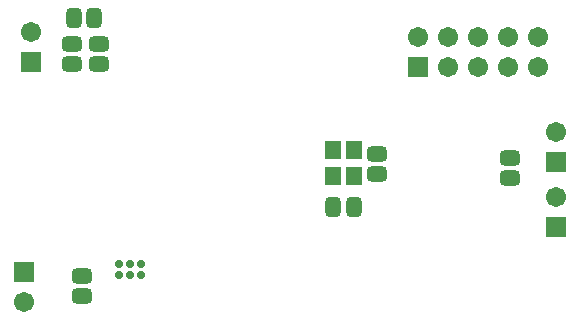
<source format=gbs>
G04*
G04 #@! TF.GenerationSoftware,Altium Limited,Altium Designer,21.9.2 (33)*
G04*
G04 Layer_Color=16711935*
%FSLAX25Y25*%
%MOIN*%
G70*
G04*
G04 #@! TF.SameCoordinates,C0BA0E73-4C5D-4CFB-B628-C4008C3DC592*
G04*
G04*
G04 #@! TF.FilePolarity,Negative*
G04*
G01*
G75*
G04:AMPARAMS|DCode=51|XSize=51.7mil|YSize=65.87mil|CornerRadius=13.83mil|HoleSize=0mil|Usage=FLASHONLY|Rotation=90.000|XOffset=0mil|YOffset=0mil|HoleType=Round|Shape=RoundedRectangle|*
%AMROUNDEDRECTD51*
21,1,0.05170,0.03821,0,0,90.0*
21,1,0.02404,0.06587,0,0,90.0*
1,1,0.02766,0.01910,0.01202*
1,1,0.02766,0.01910,-0.01202*
1,1,0.02766,-0.01910,-0.01202*
1,1,0.02766,-0.01910,0.01202*
%
%ADD51ROUNDEDRECTD51*%
G04:AMPARAMS|DCode=52|XSize=51.7mil|YSize=65.87mil|CornerRadius=13.83mil|HoleSize=0mil|Usage=FLASHONLY|Rotation=180.000|XOffset=0mil|YOffset=0mil|HoleType=Round|Shape=RoundedRectangle|*
%AMROUNDEDRECTD52*
21,1,0.05170,0.03821,0,0,180.0*
21,1,0.02404,0.06587,0,0,180.0*
1,1,0.02766,-0.01202,0.01910*
1,1,0.02766,0.01202,0.01910*
1,1,0.02766,0.01202,-0.01910*
1,1,0.02766,-0.01202,-0.01910*
%
%ADD52ROUNDEDRECTD52*%
%ADD55C,0.02769*%
%ADD56R,0.06706X0.06706*%
%ADD57C,0.06706*%
%ADD58R,0.06706X0.06706*%
%ADD76R,0.05524X0.06312*%
D51*
X33000Y27724D02*
D03*
Y21032D02*
D03*
X38765Y98342D02*
D03*
Y105035D02*
D03*
X29763Y98342D02*
D03*
Y105035D02*
D03*
X131392Y68500D02*
D03*
Y61807D02*
D03*
X175500Y60500D02*
D03*
Y67193D02*
D03*
D52*
X37117Y113675D02*
D03*
X30424D02*
D03*
X116807Y50642D02*
D03*
X123500D02*
D03*
D55*
X52543Y31937D02*
D03*
Y28000D02*
D03*
X49000D02*
D03*
Y31937D02*
D03*
X45457Y28000D02*
D03*
Y31937D02*
D03*
D56*
X144833Y97500D02*
D03*
D57*
Y107500D02*
D03*
X154833Y97500D02*
D03*
Y107500D02*
D03*
X164833Y97500D02*
D03*
Y107500D02*
D03*
X174833Y97500D02*
D03*
Y107500D02*
D03*
X184833Y97500D02*
D03*
Y107500D02*
D03*
X191000Y54000D02*
D03*
Y75788D02*
D03*
X13602Y19000D02*
D03*
X16000Y109000D02*
D03*
D58*
X191000Y44000D02*
D03*
Y65788D02*
D03*
X13602Y29000D02*
D03*
X16000Y99000D02*
D03*
D76*
X123628Y61169D02*
D03*
Y69831D02*
D03*
X116738Y61169D02*
D03*
Y69831D02*
D03*
M02*

</source>
